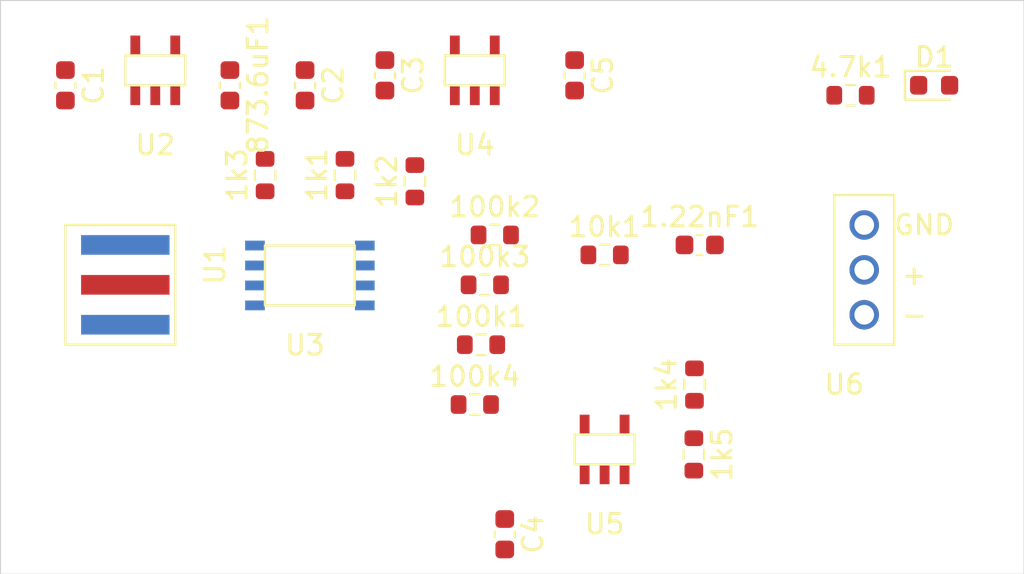
<source format=kicad_pcb>
(kicad_pcb (version 20171130) (host pcbnew "(5.1.10)-1")

  (general
    (thickness 1.6)
    (drawings 4)
    (tracks 0)
    (zones 0)
    (modules 25)
    (nets 20)
  )

  (page A4)
  (layers
    (0 F.Cu signal)
    (31 B.Cu signal)
    (32 B.Adhes user)
    (33 F.Adhes user)
    (34 B.Paste user)
    (35 F.Paste user)
    (36 B.SilkS user)
    (37 F.SilkS user)
    (38 B.Mask user)
    (39 F.Mask user)
    (40 Dwgs.User user)
    (41 Cmts.User user)
    (42 Eco1.User user)
    (43 Eco2.User user)
    (44 Edge.Cuts user)
    (45 Margin user)
    (46 B.CrtYd user)
    (47 F.CrtYd user)
    (48 B.Fab user)
    (49 F.Fab user)
  )

  (setup
    (last_trace_width 0.25)
    (trace_clearance 0.2)
    (zone_clearance 0.508)
    (zone_45_only no)
    (trace_min 0.2)
    (via_size 0.8)
    (via_drill 0.4)
    (via_min_size 0.4)
    (via_min_drill 0.3)
    (uvia_size 0.3)
    (uvia_drill 0.1)
    (uvias_allowed no)
    (uvia_min_size 0.2)
    (uvia_min_drill 0.1)
    (edge_width 0.05)
    (segment_width 0.2)
    (pcb_text_width 0.3)
    (pcb_text_size 1.5 1.5)
    (mod_edge_width 0.12)
    (mod_text_size 1 1)
    (mod_text_width 0.15)
    (pad_size 1.524 1.524)
    (pad_drill 0.762)
    (pad_to_mask_clearance 0)
    (aux_axis_origin 0 0)
    (visible_elements FFFFFF7F)
    (pcbplotparams
      (layerselection 0x010fc_ffffffff)
      (usegerberextensions false)
      (usegerberattributes true)
      (usegerberadvancedattributes true)
      (creategerberjobfile true)
      (excludeedgelayer true)
      (linewidth 0.100000)
      (plotframeref false)
      (viasonmask false)
      (mode 1)
      (useauxorigin false)
      (hpglpennumber 1)
      (hpglpenspeed 20)
      (hpglpendiameter 15.000000)
      (psnegative false)
      (psa4output false)
      (plotreference true)
      (plotvalue true)
      (plotinvisibletext false)
      (padsonsilk false)
      (subtractmaskfromsilk false)
      (outputformat 1)
      (mirror false)
      (drillshape 1)
      (scaleselection 1)
      (outputdirectory ""))
  )

  (net 0 "")
  (net 1 "Net-(1.22nF1-Pad1)")
  (net 2 GND)
  (net 3 "Net-(100k1-Pad1)")
  (net 4 "Net-(100k1-Pad2)")
  (net 5 "Net-(100k3-Pad2)")
  (net 6 "Net-(100k3-Pad1)")
  (net 7 "Net-(100k4-Pad1)")
  (net 8 "Net-(1k1-Pad2)")
  (net 9 "Net-(1k2-Pad1)")
  (net 10 "Net-(1k4-Pad2)")
  (net 11 "Net-(1k5-Pad2)")
  (net 12 "Net-(4.7k1-Pad1)")
  (net 13 "Net-(873.6uF1-Pad2)")
  (net 14 "Net-(873.6uF1-Pad1)")
  (net 15 "Net-(C1-Pad2)")
  (net 16 "Net-(C5-Pad2)")
  (net 17 "Net-(U1-Pad1)")
  (net 18 "Net-(U4-Pad4)")
  (net 19 "Net-(U5-Pad5)")

  (net_class Default "This is the default net class."
    (clearance 0.2)
    (trace_width 0.25)
    (via_dia 0.8)
    (via_drill 0.4)
    (uvia_dia 0.3)
    (uvia_drill 0.1)
    (add_net GND)
    (add_net "Net-(1.22nF1-Pad1)")
    (add_net "Net-(100k1-Pad1)")
    (add_net "Net-(100k1-Pad2)")
    (add_net "Net-(100k3-Pad1)")
    (add_net "Net-(100k3-Pad2)")
    (add_net "Net-(100k4-Pad1)")
    (add_net "Net-(1k1-Pad2)")
    (add_net "Net-(1k2-Pad1)")
    (add_net "Net-(1k4-Pad2)")
    (add_net "Net-(1k5-Pad2)")
    (add_net "Net-(4.7k1-Pad1)")
    (add_net "Net-(873.6uF1-Pad1)")
    (add_net "Net-(873.6uF1-Pad2)")
    (add_net "Net-(C1-Pad2)")
    (add_net "Net-(C5-Pad2)")
    (add_net "Net-(U1-Pad1)")
    (add_net "Net-(U4-Pad4)")
    (add_net "Net-(U5-Pad5)")
  )

  (module Capacitor_SMD:C_0603_1608Metric (layer F.Cu) (tedit 5F68FEEE) (tstamp 618467C2)
    (at 151.143 82.296)
    (descr "Capacitor SMD 0603 (1608 Metric), square (rectangular) end terminal, IPC_7351 nominal, (Body size source: IPC-SM-782 page 76, https://www.pcb-3d.com/wordpress/wp-content/uploads/ipc-sm-782a_amendment_1_and_2.pdf), generated with kicad-footprint-generator")
    (tags capacitor)
    (path /6181B427)
    (attr smd)
    (fp_text reference 1.22nF1 (at 0 -1.43) (layer F.SilkS)
      (effects (font (size 1 1) (thickness 0.15)))
    )
    (fp_text value C (at 0 1.43) (layer F.Fab)
      (effects (font (size 1 1) (thickness 0.15)))
    )
    (fp_line (start 1.48 0.73) (end -1.48 0.73) (layer F.CrtYd) (width 0.05))
    (fp_line (start 1.48 -0.73) (end 1.48 0.73) (layer F.CrtYd) (width 0.05))
    (fp_line (start -1.48 -0.73) (end 1.48 -0.73) (layer F.CrtYd) (width 0.05))
    (fp_line (start -1.48 0.73) (end -1.48 -0.73) (layer F.CrtYd) (width 0.05))
    (fp_line (start -0.14058 0.51) (end 0.14058 0.51) (layer F.SilkS) (width 0.12))
    (fp_line (start -0.14058 -0.51) (end 0.14058 -0.51) (layer F.SilkS) (width 0.12))
    (fp_line (start 0.8 0.4) (end -0.8 0.4) (layer F.Fab) (width 0.1))
    (fp_line (start 0.8 -0.4) (end 0.8 0.4) (layer F.Fab) (width 0.1))
    (fp_line (start -0.8 -0.4) (end 0.8 -0.4) (layer F.Fab) (width 0.1))
    (fp_line (start -0.8 0.4) (end -0.8 -0.4) (layer F.Fab) (width 0.1))
    (fp_text user %R (at 0 0) (layer F.Fab)
      (effects (font (size 0.4 0.4) (thickness 0.06)))
    )
    (pad 1 smd roundrect (at -0.775 0) (size 0.9 0.95) (layers F.Cu F.Paste F.Mask) (roundrect_rratio 0.25)
      (net 1 "Net-(1.22nF1-Pad1)"))
    (pad 2 smd roundrect (at 0.775 0) (size 0.9 0.95) (layers F.Cu F.Paste F.Mask) (roundrect_rratio 0.25)
      (net 2 GND))
    (model ${KISYS3DMOD}/Capacitor_SMD.3dshapes/C_0603_1608Metric.wrl
      (at (xyz 0 0 0))
      (scale (xyz 1 1 1))
      (rotate (xyz 0 0 0))
    )
  )

  (module Resistor_SMD:R_0603_1608Metric (layer F.Cu) (tedit 5F68FEEE) (tstamp 618467D3)
    (at 140.017 87.376)
    (descr "Resistor SMD 0603 (1608 Metric), square (rectangular) end terminal, IPC_7351 nominal, (Body size source: IPC-SM-782 page 72, https://www.pcb-3d.com/wordpress/wp-content/uploads/ipc-sm-782a_amendment_1_and_2.pdf), generated with kicad-footprint-generator")
    (tags resistor)
    (path /61816D46)
    (attr smd)
    (fp_text reference 100k1 (at 0 -1.43) (layer F.SilkS)
      (effects (font (size 1 1) (thickness 0.15)))
    )
    (fp_text value R (at 0 1.43) (layer F.Fab)
      (effects (font (size 1 1) (thickness 0.15)))
    )
    (fp_line (start 1.48 0.73) (end -1.48 0.73) (layer F.CrtYd) (width 0.05))
    (fp_line (start 1.48 -0.73) (end 1.48 0.73) (layer F.CrtYd) (width 0.05))
    (fp_line (start -1.48 -0.73) (end 1.48 -0.73) (layer F.CrtYd) (width 0.05))
    (fp_line (start -1.48 0.73) (end -1.48 -0.73) (layer F.CrtYd) (width 0.05))
    (fp_line (start -0.237258 0.5225) (end 0.237258 0.5225) (layer F.SilkS) (width 0.12))
    (fp_line (start -0.237258 -0.5225) (end 0.237258 -0.5225) (layer F.SilkS) (width 0.12))
    (fp_line (start 0.8 0.4125) (end -0.8 0.4125) (layer F.Fab) (width 0.1))
    (fp_line (start 0.8 -0.4125) (end 0.8 0.4125) (layer F.Fab) (width 0.1))
    (fp_line (start -0.8 -0.4125) (end 0.8 -0.4125) (layer F.Fab) (width 0.1))
    (fp_line (start -0.8 0.4125) (end -0.8 -0.4125) (layer F.Fab) (width 0.1))
    (fp_text user %R (at 0 0) (layer F.Fab)
      (effects (font (size 0.4 0.4) (thickness 0.06)))
    )
    (pad 1 smd roundrect (at -0.825 0) (size 0.8 0.95) (layers F.Cu F.Paste F.Mask) (roundrect_rratio 0.25)
      (net 3 "Net-(100k1-Pad1)"))
    (pad 2 smd roundrect (at 0.825 0) (size 0.8 0.95) (layers F.Cu F.Paste F.Mask) (roundrect_rratio 0.25)
      (net 4 "Net-(100k1-Pad2)"))
    (model ${KISYS3DMOD}/Resistor_SMD.3dshapes/R_0603_1608Metric.wrl
      (at (xyz 0 0 0))
      (scale (xyz 1 1 1))
      (rotate (xyz 0 0 0))
    )
  )

  (module Resistor_SMD:R_0603_1608Metric (layer F.Cu) (tedit 5F68FEEE) (tstamp 618467E4)
    (at 140.716 81.788)
    (descr "Resistor SMD 0603 (1608 Metric), square (rectangular) end terminal, IPC_7351 nominal, (Body size source: IPC-SM-782 page 72, https://www.pcb-3d.com/wordpress/wp-content/uploads/ipc-sm-782a_amendment_1_and_2.pdf), generated with kicad-footprint-generator")
    (tags resistor)
    (path /618170DC)
    (attr smd)
    (fp_text reference 100k2 (at 0 -1.43) (layer F.SilkS)
      (effects (font (size 1 1) (thickness 0.15)))
    )
    (fp_text value R (at 0 1.43) (layer F.Fab)
      (effects (font (size 1 1) (thickness 0.15)))
    )
    (fp_text user %R (at 0 0) (layer F.Fab)
      (effects (font (size 0.4 0.4) (thickness 0.06)))
    )
    (fp_line (start -0.8 0.4125) (end -0.8 -0.4125) (layer F.Fab) (width 0.1))
    (fp_line (start -0.8 -0.4125) (end 0.8 -0.4125) (layer F.Fab) (width 0.1))
    (fp_line (start 0.8 -0.4125) (end 0.8 0.4125) (layer F.Fab) (width 0.1))
    (fp_line (start 0.8 0.4125) (end -0.8 0.4125) (layer F.Fab) (width 0.1))
    (fp_line (start -0.237258 -0.5225) (end 0.237258 -0.5225) (layer F.SilkS) (width 0.12))
    (fp_line (start -0.237258 0.5225) (end 0.237258 0.5225) (layer F.SilkS) (width 0.12))
    (fp_line (start -1.48 0.73) (end -1.48 -0.73) (layer F.CrtYd) (width 0.05))
    (fp_line (start -1.48 -0.73) (end 1.48 -0.73) (layer F.CrtYd) (width 0.05))
    (fp_line (start 1.48 -0.73) (end 1.48 0.73) (layer F.CrtYd) (width 0.05))
    (fp_line (start 1.48 0.73) (end -1.48 0.73) (layer F.CrtYd) (width 0.05))
    (pad 2 smd roundrect (at 0.825 0) (size 0.8 0.95) (layers F.Cu F.Paste F.Mask) (roundrect_rratio 0.25)
      (net 4 "Net-(100k1-Pad2)"))
    (pad 1 smd roundrect (at -0.825 0) (size 0.8 0.95) (layers F.Cu F.Paste F.Mask) (roundrect_rratio 0.25)
      (net 2 GND))
    (model ${KISYS3DMOD}/Resistor_SMD.3dshapes/R_0603_1608Metric.wrl
      (at (xyz 0 0 0))
      (scale (xyz 1 1 1))
      (rotate (xyz 0 0 0))
    )
  )

  (module Resistor_SMD:R_0603_1608Metric (layer F.Cu) (tedit 5F68FEEE) (tstamp 618467F5)
    (at 140.208 84.328)
    (descr "Resistor SMD 0603 (1608 Metric), square (rectangular) end terminal, IPC_7351 nominal, (Body size source: IPC-SM-782 page 72, https://www.pcb-3d.com/wordpress/wp-content/uploads/ipc-sm-782a_amendment_1_and_2.pdf), generated with kicad-footprint-generator")
    (tags resistor)
    (path /61815150)
    (attr smd)
    (fp_text reference 100k3 (at 0 -1.43) (layer F.SilkS)
      (effects (font (size 1 1) (thickness 0.15)))
    )
    (fp_text value R (at 0 1.43) (layer F.Fab)
      (effects (font (size 1 1) (thickness 0.15)))
    )
    (fp_text user %R (at 0 0) (layer F.Fab)
      (effects (font (size 0.4 0.4) (thickness 0.06)))
    )
    (fp_line (start -0.8 0.4125) (end -0.8 -0.4125) (layer F.Fab) (width 0.1))
    (fp_line (start -0.8 -0.4125) (end 0.8 -0.4125) (layer F.Fab) (width 0.1))
    (fp_line (start 0.8 -0.4125) (end 0.8 0.4125) (layer F.Fab) (width 0.1))
    (fp_line (start 0.8 0.4125) (end -0.8 0.4125) (layer F.Fab) (width 0.1))
    (fp_line (start -0.237258 -0.5225) (end 0.237258 -0.5225) (layer F.SilkS) (width 0.12))
    (fp_line (start -0.237258 0.5225) (end 0.237258 0.5225) (layer F.SilkS) (width 0.12))
    (fp_line (start -1.48 0.73) (end -1.48 -0.73) (layer F.CrtYd) (width 0.05))
    (fp_line (start -1.48 -0.73) (end 1.48 -0.73) (layer F.CrtYd) (width 0.05))
    (fp_line (start 1.48 -0.73) (end 1.48 0.73) (layer F.CrtYd) (width 0.05))
    (fp_line (start 1.48 0.73) (end -1.48 0.73) (layer F.CrtYd) (width 0.05))
    (pad 2 smd roundrect (at 0.825 0) (size 0.8 0.95) (layers F.Cu F.Paste F.Mask) (roundrect_rratio 0.25)
      (net 5 "Net-(100k3-Pad2)"))
    (pad 1 smd roundrect (at -0.825 0) (size 0.8 0.95) (layers F.Cu F.Paste F.Mask) (roundrect_rratio 0.25)
      (net 6 "Net-(100k3-Pad1)"))
    (model ${KISYS3DMOD}/Resistor_SMD.3dshapes/R_0603_1608Metric.wrl
      (at (xyz 0 0 0))
      (scale (xyz 1 1 1))
      (rotate (xyz 0 0 0))
    )
  )

  (module Resistor_SMD:R_0603_1608Metric (layer F.Cu) (tedit 5F68FEEE) (tstamp 61846806)
    (at 139.7 90.424)
    (descr "Resistor SMD 0603 (1608 Metric), square (rectangular) end terminal, IPC_7351 nominal, (Body size source: IPC-SM-782 page 72, https://www.pcb-3d.com/wordpress/wp-content/uploads/ipc-sm-782a_amendment_1_and_2.pdf), generated with kicad-footprint-generator")
    (tags resistor)
    (path /61817718)
    (attr smd)
    (fp_text reference 100k4 (at 0 -1.43) (layer F.SilkS)
      (effects (font (size 1 1) (thickness 0.15)))
    )
    (fp_text value R (at 0 1.43) (layer F.Fab)
      (effects (font (size 1 1) (thickness 0.15)))
    )
    (fp_line (start 1.48 0.73) (end -1.48 0.73) (layer F.CrtYd) (width 0.05))
    (fp_line (start 1.48 -0.73) (end 1.48 0.73) (layer F.CrtYd) (width 0.05))
    (fp_line (start -1.48 -0.73) (end 1.48 -0.73) (layer F.CrtYd) (width 0.05))
    (fp_line (start -1.48 0.73) (end -1.48 -0.73) (layer F.CrtYd) (width 0.05))
    (fp_line (start -0.237258 0.5225) (end 0.237258 0.5225) (layer F.SilkS) (width 0.12))
    (fp_line (start -0.237258 -0.5225) (end 0.237258 -0.5225) (layer F.SilkS) (width 0.12))
    (fp_line (start 0.8 0.4125) (end -0.8 0.4125) (layer F.Fab) (width 0.1))
    (fp_line (start 0.8 -0.4125) (end 0.8 0.4125) (layer F.Fab) (width 0.1))
    (fp_line (start -0.8 -0.4125) (end 0.8 -0.4125) (layer F.Fab) (width 0.1))
    (fp_line (start -0.8 0.4125) (end -0.8 -0.4125) (layer F.Fab) (width 0.1))
    (fp_text user %R (at 0 0) (layer F.Fab)
      (effects (font (size 0.4 0.4) (thickness 0.06)))
    )
    (pad 1 smd roundrect (at -0.825 0) (size 0.8 0.95) (layers F.Cu F.Paste F.Mask) (roundrect_rratio 0.25)
      (net 7 "Net-(100k4-Pad1)"))
    (pad 2 smd roundrect (at 0.825 0) (size 0.8 0.95) (layers F.Cu F.Paste F.Mask) (roundrect_rratio 0.25)
      (net 5 "Net-(100k3-Pad2)"))
    (model ${KISYS3DMOD}/Resistor_SMD.3dshapes/R_0603_1608Metric.wrl
      (at (xyz 0 0 0))
      (scale (xyz 1 1 1))
      (rotate (xyz 0 0 0))
    )
  )

  (module Resistor_SMD:R_0603_1608Metric (layer F.Cu) (tedit 5F68FEEE) (tstamp 61846817)
    (at 146.304 82.804)
    (descr "Resistor SMD 0603 (1608 Metric), square (rectangular) end terminal, IPC_7351 nominal, (Body size source: IPC-SM-782 page 72, https://www.pcb-3d.com/wordpress/wp-content/uploads/ipc-sm-782a_amendment_1_and_2.pdf), generated with kicad-footprint-generator")
    (tags resistor)
    (path /6181AEBB)
    (attr smd)
    (fp_text reference 10k1 (at 0 -1.43) (layer F.SilkS)
      (effects (font (size 1 1) (thickness 0.15)))
    )
    (fp_text value R (at 0 1.43) (layer F.Fab)
      (effects (font (size 1 1) (thickness 0.15)))
    )
    (fp_line (start 1.48 0.73) (end -1.48 0.73) (layer F.CrtYd) (width 0.05))
    (fp_line (start 1.48 -0.73) (end 1.48 0.73) (layer F.CrtYd) (width 0.05))
    (fp_line (start -1.48 -0.73) (end 1.48 -0.73) (layer F.CrtYd) (width 0.05))
    (fp_line (start -1.48 0.73) (end -1.48 -0.73) (layer F.CrtYd) (width 0.05))
    (fp_line (start -0.237258 0.5225) (end 0.237258 0.5225) (layer F.SilkS) (width 0.12))
    (fp_line (start -0.237258 -0.5225) (end 0.237258 -0.5225) (layer F.SilkS) (width 0.12))
    (fp_line (start 0.8 0.4125) (end -0.8 0.4125) (layer F.Fab) (width 0.1))
    (fp_line (start 0.8 -0.4125) (end 0.8 0.4125) (layer F.Fab) (width 0.1))
    (fp_line (start -0.8 -0.4125) (end 0.8 -0.4125) (layer F.Fab) (width 0.1))
    (fp_line (start -0.8 0.4125) (end -0.8 -0.4125) (layer F.Fab) (width 0.1))
    (fp_text user %R (at 0 0) (layer F.Fab)
      (effects (font (size 0.4 0.4) (thickness 0.06)))
    )
    (pad 1 smd roundrect (at -0.825 0) (size 0.8 0.95) (layers F.Cu F.Paste F.Mask) (roundrect_rratio 0.25)
      (net 1 "Net-(1.22nF1-Pad1)"))
    (pad 2 smd roundrect (at 0.825 0) (size 0.8 0.95) (layers F.Cu F.Paste F.Mask) (roundrect_rratio 0.25)
      (net 3 "Net-(100k1-Pad1)"))
    (model ${KISYS3DMOD}/Resistor_SMD.3dshapes/R_0603_1608Metric.wrl
      (at (xyz 0 0 0))
      (scale (xyz 1 1 1))
      (rotate (xyz 0 0 0))
    )
  )

  (module Resistor_SMD:R_0603_1608Metric (layer F.Cu) (tedit 5F68FEEE) (tstamp 61846828)
    (at 133.096 78.74 90)
    (descr "Resistor SMD 0603 (1608 Metric), square (rectangular) end terminal, IPC_7351 nominal, (Body size source: IPC-SM-782 page 72, https://www.pcb-3d.com/wordpress/wp-content/uploads/ipc-sm-782a_amendment_1_and_2.pdf), generated with kicad-footprint-generator")
    (tags resistor)
    (path /6181415E)
    (attr smd)
    (fp_text reference 1k1 (at 0 -1.43 90) (layer F.SilkS)
      (effects (font (size 1 1) (thickness 0.15)))
    )
    (fp_text value R (at 0 1.43 90) (layer F.Fab)
      (effects (font (size 1 1) (thickness 0.15)))
    )
    (fp_line (start 1.48 0.73) (end -1.48 0.73) (layer F.CrtYd) (width 0.05))
    (fp_line (start 1.48 -0.73) (end 1.48 0.73) (layer F.CrtYd) (width 0.05))
    (fp_line (start -1.48 -0.73) (end 1.48 -0.73) (layer F.CrtYd) (width 0.05))
    (fp_line (start -1.48 0.73) (end -1.48 -0.73) (layer F.CrtYd) (width 0.05))
    (fp_line (start -0.237258 0.5225) (end 0.237258 0.5225) (layer F.SilkS) (width 0.12))
    (fp_line (start -0.237258 -0.5225) (end 0.237258 -0.5225) (layer F.SilkS) (width 0.12))
    (fp_line (start 0.8 0.4125) (end -0.8 0.4125) (layer F.Fab) (width 0.1))
    (fp_line (start 0.8 -0.4125) (end 0.8 0.4125) (layer F.Fab) (width 0.1))
    (fp_line (start -0.8 -0.4125) (end 0.8 -0.4125) (layer F.Fab) (width 0.1))
    (fp_line (start -0.8 0.4125) (end -0.8 -0.4125) (layer F.Fab) (width 0.1))
    (fp_text user %R (at 0 0 90) (layer F.Fab)
      (effects (font (size 0.4 0.4) (thickness 0.06)))
    )
    (pad 1 smd roundrect (at -0.825 0 90) (size 0.8 0.95) (layers F.Cu F.Paste F.Mask) (roundrect_rratio 0.25)
      (net 2 GND))
    (pad 2 smd roundrect (at 0.825 0 90) (size 0.8 0.95) (layers F.Cu F.Paste F.Mask) (roundrect_rratio 0.25)
      (net 8 "Net-(1k1-Pad2)"))
    (model ${KISYS3DMOD}/Resistor_SMD.3dshapes/R_0603_1608Metric.wrl
      (at (xyz 0 0 0))
      (scale (xyz 1 1 1))
      (rotate (xyz 0 0 0))
    )
  )

  (module Resistor_SMD:R_0603_1608Metric (layer F.Cu) (tedit 5F68FEEE) (tstamp 61846839)
    (at 136.652 79.057 90)
    (descr "Resistor SMD 0603 (1608 Metric), square (rectangular) end terminal, IPC_7351 nominal, (Body size source: IPC-SM-782 page 72, https://www.pcb-3d.com/wordpress/wp-content/uploads/ipc-sm-782a_amendment_1_and_2.pdf), generated with kicad-footprint-generator")
    (tags resistor)
    (path /61814729)
    (attr smd)
    (fp_text reference 1k2 (at 0 -1.43 90) (layer F.SilkS)
      (effects (font (size 1 1) (thickness 0.15)))
    )
    (fp_text value R (at 0 1.43 90) (layer F.Fab)
      (effects (font (size 1 1) (thickness 0.15)))
    )
    (fp_text user %R (at 0 0 90) (layer F.Fab)
      (effects (font (size 0.4 0.4) (thickness 0.06)))
    )
    (fp_line (start -0.8 0.4125) (end -0.8 -0.4125) (layer F.Fab) (width 0.1))
    (fp_line (start -0.8 -0.4125) (end 0.8 -0.4125) (layer F.Fab) (width 0.1))
    (fp_line (start 0.8 -0.4125) (end 0.8 0.4125) (layer F.Fab) (width 0.1))
    (fp_line (start 0.8 0.4125) (end -0.8 0.4125) (layer F.Fab) (width 0.1))
    (fp_line (start -0.237258 -0.5225) (end 0.237258 -0.5225) (layer F.SilkS) (width 0.12))
    (fp_line (start -0.237258 0.5225) (end 0.237258 0.5225) (layer F.SilkS) (width 0.12))
    (fp_line (start -1.48 0.73) (end -1.48 -0.73) (layer F.CrtYd) (width 0.05))
    (fp_line (start -1.48 -0.73) (end 1.48 -0.73) (layer F.CrtYd) (width 0.05))
    (fp_line (start 1.48 -0.73) (end 1.48 0.73) (layer F.CrtYd) (width 0.05))
    (fp_line (start 1.48 0.73) (end -1.48 0.73) (layer F.CrtYd) (width 0.05))
    (pad 2 smd roundrect (at 0.825 0 90) (size 0.8 0.95) (layers F.Cu F.Paste F.Mask) (roundrect_rratio 0.25)
      (net 8 "Net-(1k1-Pad2)"))
    (pad 1 smd roundrect (at -0.825 0 90) (size 0.8 0.95) (layers F.Cu F.Paste F.Mask) (roundrect_rratio 0.25)
      (net 9 "Net-(1k2-Pad1)"))
    (model ${KISYS3DMOD}/Resistor_SMD.3dshapes/R_0603_1608Metric.wrl
      (at (xyz 0 0 0))
      (scale (xyz 1 1 1))
      (rotate (xyz 0 0 0))
    )
  )

  (module Resistor_SMD:R_0603_1608Metric (layer F.Cu) (tedit 5F68FEEE) (tstamp 6184684A)
    (at 129.032 78.74 90)
    (descr "Resistor SMD 0603 (1608 Metric), square (rectangular) end terminal, IPC_7351 nominal, (Body size source: IPC-SM-782 page 72, https://www.pcb-3d.com/wordpress/wp-content/uploads/ipc-sm-782a_amendment_1_and_2.pdf), generated with kicad-footprint-generator")
    (tags resistor)
    (path /618148C1)
    (attr smd)
    (fp_text reference 1k3 (at 0 -1.43 90) (layer F.SilkS)
      (effects (font (size 1 1) (thickness 0.15)))
    )
    (fp_text value R (at 0 1.43 90) (layer F.Fab)
      (effects (font (size 1 1) (thickness 0.15)))
    )
    (fp_line (start 1.48 0.73) (end -1.48 0.73) (layer F.CrtYd) (width 0.05))
    (fp_line (start 1.48 -0.73) (end 1.48 0.73) (layer F.CrtYd) (width 0.05))
    (fp_line (start -1.48 -0.73) (end 1.48 -0.73) (layer F.CrtYd) (width 0.05))
    (fp_line (start -1.48 0.73) (end -1.48 -0.73) (layer F.CrtYd) (width 0.05))
    (fp_line (start -0.237258 0.5225) (end 0.237258 0.5225) (layer F.SilkS) (width 0.12))
    (fp_line (start -0.237258 -0.5225) (end 0.237258 -0.5225) (layer F.SilkS) (width 0.12))
    (fp_line (start 0.8 0.4125) (end -0.8 0.4125) (layer F.Fab) (width 0.1))
    (fp_line (start 0.8 -0.4125) (end 0.8 0.4125) (layer F.Fab) (width 0.1))
    (fp_line (start -0.8 -0.4125) (end 0.8 -0.4125) (layer F.Fab) (width 0.1))
    (fp_line (start -0.8 0.4125) (end -0.8 -0.4125) (layer F.Fab) (width 0.1))
    (fp_text user %R (at 0 0 90) (layer F.Fab)
      (effects (font (size 0.4 0.4) (thickness 0.06)))
    )
    (pad 1 smd roundrect (at -0.825 0 90) (size 0.8 0.95) (layers F.Cu F.Paste F.Mask) (roundrect_rratio 0.25)
      (net 9 "Net-(1k2-Pad1)"))
    (pad 2 smd roundrect (at 0.825 0 90) (size 0.8 0.95) (layers F.Cu F.Paste F.Mask) (roundrect_rratio 0.25)
      (net 6 "Net-(100k3-Pad1)"))
    (model ${KISYS3DMOD}/Resistor_SMD.3dshapes/R_0603_1608Metric.wrl
      (at (xyz 0 0 0))
      (scale (xyz 1 1 1))
      (rotate (xyz 0 0 0))
    )
  )

  (module Resistor_SMD:R_0603_1608Metric (layer F.Cu) (tedit 5F68FEEE) (tstamp 6184685B)
    (at 150.876 89.408 90)
    (descr "Resistor SMD 0603 (1608 Metric), square (rectangular) end terminal, IPC_7351 nominal, (Body size source: IPC-SM-782 page 72, https://www.pcb-3d.com/wordpress/wp-content/uploads/ipc-sm-782a_amendment_1_and_2.pdf), generated with kicad-footprint-generator")
    (tags resistor)
    (path /6181CC5B)
    (attr smd)
    (fp_text reference 1k4 (at 0 -1.43 90) (layer F.SilkS)
      (effects (font (size 1 1) (thickness 0.15)))
    )
    (fp_text value R (at 0 1.43 90) (layer F.Fab)
      (effects (font (size 1 1) (thickness 0.15)))
    )
    (fp_line (start 1.48 0.73) (end -1.48 0.73) (layer F.CrtYd) (width 0.05))
    (fp_line (start 1.48 -0.73) (end 1.48 0.73) (layer F.CrtYd) (width 0.05))
    (fp_line (start -1.48 -0.73) (end 1.48 -0.73) (layer F.CrtYd) (width 0.05))
    (fp_line (start -1.48 0.73) (end -1.48 -0.73) (layer F.CrtYd) (width 0.05))
    (fp_line (start -0.237258 0.5225) (end 0.237258 0.5225) (layer F.SilkS) (width 0.12))
    (fp_line (start -0.237258 -0.5225) (end 0.237258 -0.5225) (layer F.SilkS) (width 0.12))
    (fp_line (start 0.8 0.4125) (end -0.8 0.4125) (layer F.Fab) (width 0.1))
    (fp_line (start 0.8 -0.4125) (end 0.8 0.4125) (layer F.Fab) (width 0.1))
    (fp_line (start -0.8 -0.4125) (end 0.8 -0.4125) (layer F.Fab) (width 0.1))
    (fp_line (start -0.8 0.4125) (end -0.8 -0.4125) (layer F.Fab) (width 0.1))
    (fp_text user %R (at 0 0 90) (layer F.Fab)
      (effects (font (size 0.4 0.4) (thickness 0.06)))
    )
    (pad 1 smd roundrect (at -0.825 0 90) (size 0.8 0.95) (layers F.Cu F.Paste F.Mask) (roundrect_rratio 0.25)
      (net 2 GND))
    (pad 2 smd roundrect (at 0.825 0 90) (size 0.8 0.95) (layers F.Cu F.Paste F.Mask) (roundrect_rratio 0.25)
      (net 10 "Net-(1k4-Pad2)"))
    (model ${KISYS3DMOD}/Resistor_SMD.3dshapes/R_0603_1608Metric.wrl
      (at (xyz 0 0 0))
      (scale (xyz 1 1 1))
      (rotate (xyz 0 0 0))
    )
  )

  (module Resistor_SMD:R_0603_1608Metric (layer F.Cu) (tedit 5F68FEEE) (tstamp 6184686C)
    (at 150.845001 92.964 270)
    (descr "Resistor SMD 0603 (1608 Metric), square (rectangular) end terminal, IPC_7351 nominal, (Body size source: IPC-SM-782 page 72, https://www.pcb-3d.com/wordpress/wp-content/uploads/ipc-sm-782a_amendment_1_and_2.pdf), generated with kicad-footprint-generator")
    (tags resistor)
    (path /6181C5A3)
    (attr smd)
    (fp_text reference 1k5 (at 0 -1.43 90) (layer F.SilkS)
      (effects (font (size 1 1) (thickness 0.15)))
    )
    (fp_text value R (at 0 1.43 90) (layer F.Fab)
      (effects (font (size 1 1) (thickness 0.15)))
    )
    (fp_text user %R (at 0 0 90) (layer F.Fab)
      (effects (font (size 0.4 0.4) (thickness 0.06)))
    )
    (fp_line (start -0.8 0.4125) (end -0.8 -0.4125) (layer F.Fab) (width 0.1))
    (fp_line (start -0.8 -0.4125) (end 0.8 -0.4125) (layer F.Fab) (width 0.1))
    (fp_line (start 0.8 -0.4125) (end 0.8 0.4125) (layer F.Fab) (width 0.1))
    (fp_line (start 0.8 0.4125) (end -0.8 0.4125) (layer F.Fab) (width 0.1))
    (fp_line (start -0.237258 -0.5225) (end 0.237258 -0.5225) (layer F.SilkS) (width 0.12))
    (fp_line (start -0.237258 0.5225) (end 0.237258 0.5225) (layer F.SilkS) (width 0.12))
    (fp_line (start -1.48 0.73) (end -1.48 -0.73) (layer F.CrtYd) (width 0.05))
    (fp_line (start -1.48 -0.73) (end 1.48 -0.73) (layer F.CrtYd) (width 0.05))
    (fp_line (start 1.48 -0.73) (end 1.48 0.73) (layer F.CrtYd) (width 0.05))
    (fp_line (start 1.48 0.73) (end -1.48 0.73) (layer F.CrtYd) (width 0.05))
    (pad 2 smd roundrect (at 0.825 0 270) (size 0.8 0.95) (layers F.Cu F.Paste F.Mask) (roundrect_rratio 0.25)
      (net 11 "Net-(1k5-Pad2)"))
    (pad 1 smd roundrect (at -0.825 0 270) (size 0.8 0.95) (layers F.Cu F.Paste F.Mask) (roundrect_rratio 0.25)
      (net 10 "Net-(1k4-Pad2)"))
    (model ${KISYS3DMOD}/Resistor_SMD.3dshapes/R_0603_1608Metric.wrl
      (at (xyz 0 0 0))
      (scale (xyz 1 1 1))
      (rotate (xyz 0 0 0))
    )
  )

  (module Resistor_SMD:R_0603_1608Metric (layer F.Cu) (tedit 5F68FEEE) (tstamp 6184687D)
    (at 158.813 74.676)
    (descr "Resistor SMD 0603 (1608 Metric), square (rectangular) end terminal, IPC_7351 nominal, (Body size source: IPC-SM-782 page 72, https://www.pcb-3d.com/wordpress/wp-content/uploads/ipc-sm-782a_amendment_1_and_2.pdf), generated with kicad-footprint-generator")
    (tags resistor)
    (path /6181F6B6)
    (attr smd)
    (fp_text reference 4.7k1 (at 0 -1.43) (layer F.SilkS)
      (effects (font (size 1 1) (thickness 0.15)))
    )
    (fp_text value R (at 0 1.43) (layer F.Fab)
      (effects (font (size 1 1) (thickness 0.15)))
    )
    (fp_text user %R (at 0 0) (layer F.Fab)
      (effects (font (size 0.4 0.4) (thickness 0.06)))
    )
    (fp_line (start -0.8 0.4125) (end -0.8 -0.4125) (layer F.Fab) (width 0.1))
    (fp_line (start -0.8 -0.4125) (end 0.8 -0.4125) (layer F.Fab) (width 0.1))
    (fp_line (start 0.8 -0.4125) (end 0.8 0.4125) (layer F.Fab) (width 0.1))
    (fp_line (start 0.8 0.4125) (end -0.8 0.4125) (layer F.Fab) (width 0.1))
    (fp_line (start -0.237258 -0.5225) (end 0.237258 -0.5225) (layer F.SilkS) (width 0.12))
    (fp_line (start -0.237258 0.5225) (end 0.237258 0.5225) (layer F.SilkS) (width 0.12))
    (fp_line (start -1.48 0.73) (end -1.48 -0.73) (layer F.CrtYd) (width 0.05))
    (fp_line (start -1.48 -0.73) (end 1.48 -0.73) (layer F.CrtYd) (width 0.05))
    (fp_line (start 1.48 -0.73) (end 1.48 0.73) (layer F.CrtYd) (width 0.05))
    (fp_line (start 1.48 0.73) (end -1.48 0.73) (layer F.CrtYd) (width 0.05))
    (pad 2 smd roundrect (at 0.825 0) (size 0.8 0.95) (layers F.Cu F.Paste F.Mask) (roundrect_rratio 0.25)
      (net 11 "Net-(1k5-Pad2)"))
    (pad 1 smd roundrect (at -0.825 0) (size 0.8 0.95) (layers F.Cu F.Paste F.Mask) (roundrect_rratio 0.25)
      (net 12 "Net-(4.7k1-Pad1)"))
    (model ${KISYS3DMOD}/Resistor_SMD.3dshapes/R_0603_1608Metric.wrl
      (at (xyz 0 0 0))
      (scale (xyz 1 1 1))
      (rotate (xyz 0 0 0))
    )
  )

  (module Capacitor_SMD:C_0603_1608Metric (layer F.Cu) (tedit 5F68FEEE) (tstamp 6184688E)
    (at 127.241 74.168 270)
    (descr "Capacitor SMD 0603 (1608 Metric), square (rectangular) end terminal, IPC_7351 nominal, (Body size source: IPC-SM-782 page 76, https://www.pcb-3d.com/wordpress/wp-content/uploads/ipc-sm-782a_amendment_1_and_2.pdf), generated with kicad-footprint-generator")
    (tags capacitor)
    (path /6181A302)
    (attr smd)
    (fp_text reference 873.6uF1 (at 0 -1.43 90) (layer F.SilkS)
      (effects (font (size 1 1) (thickness 0.15)))
    )
    (fp_text value C (at 0 1.43 90) (layer F.Fab)
      (effects (font (size 1 1) (thickness 0.15)))
    )
    (fp_text user %R (at 0 0 90) (layer F.Fab)
      (effects (font (size 0.4 0.4) (thickness 0.06)))
    )
    (fp_line (start -0.8 0.4) (end -0.8 -0.4) (layer F.Fab) (width 0.1))
    (fp_line (start -0.8 -0.4) (end 0.8 -0.4) (layer F.Fab) (width 0.1))
    (fp_line (start 0.8 -0.4) (end 0.8 0.4) (layer F.Fab) (width 0.1))
    (fp_line (start 0.8 0.4) (end -0.8 0.4) (layer F.Fab) (width 0.1))
    (fp_line (start -0.14058 -0.51) (end 0.14058 -0.51) (layer F.SilkS) (width 0.12))
    (fp_line (start -0.14058 0.51) (end 0.14058 0.51) (layer F.SilkS) (width 0.12))
    (fp_line (start -1.48 0.73) (end -1.48 -0.73) (layer F.CrtYd) (width 0.05))
    (fp_line (start -1.48 -0.73) (end 1.48 -0.73) (layer F.CrtYd) (width 0.05))
    (fp_line (start 1.48 -0.73) (end 1.48 0.73) (layer F.CrtYd) (width 0.05))
    (fp_line (start 1.48 0.73) (end -1.48 0.73) (layer F.CrtYd) (width 0.05))
    (pad 2 smd roundrect (at 0.775 0 270) (size 0.9 0.95) (layers F.Cu F.Paste F.Mask) (roundrect_rratio 0.25)
      (net 13 "Net-(873.6uF1-Pad2)"))
    (pad 1 smd roundrect (at -0.775 0 270) (size 0.9 0.95) (layers F.Cu F.Paste F.Mask) (roundrect_rratio 0.25)
      (net 14 "Net-(873.6uF1-Pad1)"))
    (model ${KISYS3DMOD}/Capacitor_SMD.3dshapes/C_0603_1608Metric.wrl
      (at (xyz 0 0 0))
      (scale (xyz 1 1 1))
      (rotate (xyz 0 0 0))
    )
  )

  (module Capacitor_SMD:C_0603_1608Metric (layer F.Cu) (tedit 5F68FEEE) (tstamp 6184689F)
    (at 118.872 74.168 270)
    (descr "Capacitor SMD 0603 (1608 Metric), square (rectangular) end terminal, IPC_7351 nominal, (Body size source: IPC-SM-782 page 76, https://www.pcb-3d.com/wordpress/wp-content/uploads/ipc-sm-782a_amendment_1_and_2.pdf), generated with kicad-footprint-generator")
    (tags capacitor)
    (path /61819CFC)
    (attr smd)
    (fp_text reference C1 (at 0 -1.43 90) (layer F.SilkS)
      (effects (font (size 1 1) (thickness 0.15)))
    )
    (fp_text value C (at 0 1.43 90) (layer F.Fab)
      (effects (font (size 1 1) (thickness 0.15)))
    )
    (fp_line (start 1.48 0.73) (end -1.48 0.73) (layer F.CrtYd) (width 0.05))
    (fp_line (start 1.48 -0.73) (end 1.48 0.73) (layer F.CrtYd) (width 0.05))
    (fp_line (start -1.48 -0.73) (end 1.48 -0.73) (layer F.CrtYd) (width 0.05))
    (fp_line (start -1.48 0.73) (end -1.48 -0.73) (layer F.CrtYd) (width 0.05))
    (fp_line (start -0.14058 0.51) (end 0.14058 0.51) (layer F.SilkS) (width 0.12))
    (fp_line (start -0.14058 -0.51) (end 0.14058 -0.51) (layer F.SilkS) (width 0.12))
    (fp_line (start 0.8 0.4) (end -0.8 0.4) (layer F.Fab) (width 0.1))
    (fp_line (start 0.8 -0.4) (end 0.8 0.4) (layer F.Fab) (width 0.1))
    (fp_line (start -0.8 -0.4) (end 0.8 -0.4) (layer F.Fab) (width 0.1))
    (fp_line (start -0.8 0.4) (end -0.8 -0.4) (layer F.Fab) (width 0.1))
    (fp_text user %R (at 0 0 90) (layer F.Fab)
      (effects (font (size 0.4 0.4) (thickness 0.06)))
    )
    (pad 1 smd roundrect (at -0.775 0 270) (size 0.9 0.95) (layers F.Cu F.Paste F.Mask) (roundrect_rratio 0.25)
      (net 2 GND))
    (pad 2 smd roundrect (at 0.775 0 270) (size 0.9 0.95) (layers F.Cu F.Paste F.Mask) (roundrect_rratio 0.25)
      (net 15 "Net-(C1-Pad2)"))
    (model ${KISYS3DMOD}/Capacitor_SMD.3dshapes/C_0603_1608Metric.wrl
      (at (xyz 0 0 0))
      (scale (xyz 1 1 1))
      (rotate (xyz 0 0 0))
    )
  )

  (module Capacitor_SMD:C_0603_1608Metric (layer F.Cu) (tedit 5F68FEEE) (tstamp 618468B0)
    (at 131.064 74.168 270)
    (descr "Capacitor SMD 0603 (1608 Metric), square (rectangular) end terminal, IPC_7351 nominal, (Body size source: IPC-SM-782 page 76, https://www.pcb-3d.com/wordpress/wp-content/uploads/ipc-sm-782a_amendment_1_and_2.pdf), generated with kicad-footprint-generator")
    (tags capacitor)
    (path /6181A6EC)
    (attr smd)
    (fp_text reference C2 (at 0 -1.43 90) (layer F.SilkS)
      (effects (font (size 1 1) (thickness 0.15)))
    )
    (fp_text value C (at 0 1.43 90) (layer F.Fab)
      (effects (font (size 1 1) (thickness 0.15)))
    )
    (fp_line (start 1.48 0.73) (end -1.48 0.73) (layer F.CrtYd) (width 0.05))
    (fp_line (start 1.48 -0.73) (end 1.48 0.73) (layer F.CrtYd) (width 0.05))
    (fp_line (start -1.48 -0.73) (end 1.48 -0.73) (layer F.CrtYd) (width 0.05))
    (fp_line (start -1.48 0.73) (end -1.48 -0.73) (layer F.CrtYd) (width 0.05))
    (fp_line (start -0.14058 0.51) (end 0.14058 0.51) (layer F.SilkS) (width 0.12))
    (fp_line (start -0.14058 -0.51) (end 0.14058 -0.51) (layer F.SilkS) (width 0.12))
    (fp_line (start 0.8 0.4) (end -0.8 0.4) (layer F.Fab) (width 0.1))
    (fp_line (start 0.8 -0.4) (end 0.8 0.4) (layer F.Fab) (width 0.1))
    (fp_line (start -0.8 -0.4) (end 0.8 -0.4) (layer F.Fab) (width 0.1))
    (fp_line (start -0.8 0.4) (end -0.8 -0.4) (layer F.Fab) (width 0.1))
    (fp_text user %R (at 0 0 90) (layer F.Fab)
      (effects (font (size 0.4 0.4) (thickness 0.06)))
    )
    (pad 1 smd roundrect (at -0.775 0 270) (size 0.9 0.95) (layers F.Cu F.Paste F.Mask) (roundrect_rratio 0.25)
      (net 2 GND))
    (pad 2 smd roundrect (at 0.775 0 270) (size 0.9 0.95) (layers F.Cu F.Paste F.Mask) (roundrect_rratio 0.25)
      (net 11 "Net-(1k5-Pad2)"))
    (model ${KISYS3DMOD}/Capacitor_SMD.3dshapes/C_0603_1608Metric.wrl
      (at (xyz 0 0 0))
      (scale (xyz 1 1 1))
      (rotate (xyz 0 0 0))
    )
  )

  (module Capacitor_SMD:C_0603_1608Metric (layer F.Cu) (tedit 5F68FEEE) (tstamp 618468C1)
    (at 135.128 73.66 270)
    (descr "Capacitor SMD 0603 (1608 Metric), square (rectangular) end terminal, IPC_7351 nominal, (Body size source: IPC-SM-782 page 76, https://www.pcb-3d.com/wordpress/wp-content/uploads/ipc-sm-782a_amendment_1_and_2.pdf), generated with kicad-footprint-generator")
    (tags capacitor)
    (path /6181A9E3)
    (attr smd)
    (fp_text reference C3 (at 0 -1.43 90) (layer F.SilkS)
      (effects (font (size 1 1) (thickness 0.15)))
    )
    (fp_text value C (at 0 1.43 90) (layer F.Fab)
      (effects (font (size 1 1) (thickness 0.15)))
    )
    (fp_text user %R (at 0 0 90) (layer F.Fab)
      (effects (font (size 0.4 0.4) (thickness 0.06)))
    )
    (fp_line (start -0.8 0.4) (end -0.8 -0.4) (layer F.Fab) (width 0.1))
    (fp_line (start -0.8 -0.4) (end 0.8 -0.4) (layer F.Fab) (width 0.1))
    (fp_line (start 0.8 -0.4) (end 0.8 0.4) (layer F.Fab) (width 0.1))
    (fp_line (start 0.8 0.4) (end -0.8 0.4) (layer F.Fab) (width 0.1))
    (fp_line (start -0.14058 -0.51) (end 0.14058 -0.51) (layer F.SilkS) (width 0.12))
    (fp_line (start -0.14058 0.51) (end 0.14058 0.51) (layer F.SilkS) (width 0.12))
    (fp_line (start -1.48 0.73) (end -1.48 -0.73) (layer F.CrtYd) (width 0.05))
    (fp_line (start -1.48 -0.73) (end 1.48 -0.73) (layer F.CrtYd) (width 0.05))
    (fp_line (start 1.48 -0.73) (end 1.48 0.73) (layer F.CrtYd) (width 0.05))
    (fp_line (start 1.48 0.73) (end -1.48 0.73) (layer F.CrtYd) (width 0.05))
    (pad 2 smd roundrect (at 0.775 0 270) (size 0.9 0.95) (layers F.Cu F.Paste F.Mask) (roundrect_rratio 0.25)
      (net 11 "Net-(1k5-Pad2)"))
    (pad 1 smd roundrect (at -0.775 0 270) (size 0.9 0.95) (layers F.Cu F.Paste F.Mask) (roundrect_rratio 0.25)
      (net 2 GND))
    (model ${KISYS3DMOD}/Capacitor_SMD.3dshapes/C_0603_1608Metric.wrl
      (at (xyz 0 0 0))
      (scale (xyz 1 1 1))
      (rotate (xyz 0 0 0))
    )
  )

  (module Capacitor_SMD:C_0603_1608Metric (layer F.Cu) (tedit 5F68FEEE) (tstamp 618468D2)
    (at 141.224 97.028 270)
    (descr "Capacitor SMD 0603 (1608 Metric), square (rectangular) end terminal, IPC_7351 nominal, (Body size source: IPC-SM-782 page 76, https://www.pcb-3d.com/wordpress/wp-content/uploads/ipc-sm-782a_amendment_1_and_2.pdf), generated with kicad-footprint-generator")
    (tags capacitor)
    (path /6181BED8)
    (attr smd)
    (fp_text reference C4 (at 0 -1.43 90) (layer F.SilkS)
      (effects (font (size 1 1) (thickness 0.15)))
    )
    (fp_text value C (at 0 1.43 90) (layer F.Fab)
      (effects (font (size 1 1) (thickness 0.15)))
    )
    (fp_text user %R (at 0 0 90) (layer F.Fab)
      (effects (font (size 0.4 0.4) (thickness 0.06)))
    )
    (fp_line (start -0.8 0.4) (end -0.8 -0.4) (layer F.Fab) (width 0.1))
    (fp_line (start -0.8 -0.4) (end 0.8 -0.4) (layer F.Fab) (width 0.1))
    (fp_line (start 0.8 -0.4) (end 0.8 0.4) (layer F.Fab) (width 0.1))
    (fp_line (start 0.8 0.4) (end -0.8 0.4) (layer F.Fab) (width 0.1))
    (fp_line (start -0.14058 -0.51) (end 0.14058 -0.51) (layer F.SilkS) (width 0.12))
    (fp_line (start -0.14058 0.51) (end 0.14058 0.51) (layer F.SilkS) (width 0.12))
    (fp_line (start -1.48 0.73) (end -1.48 -0.73) (layer F.CrtYd) (width 0.05))
    (fp_line (start -1.48 -0.73) (end 1.48 -0.73) (layer F.CrtYd) (width 0.05))
    (fp_line (start 1.48 -0.73) (end 1.48 0.73) (layer F.CrtYd) (width 0.05))
    (fp_line (start 1.48 0.73) (end -1.48 0.73) (layer F.CrtYd) (width 0.05))
    (pad 2 smd roundrect (at 0.775 0 270) (size 0.9 0.95) (layers F.Cu F.Paste F.Mask) (roundrect_rratio 0.25)
      (net 2 GND))
    (pad 1 smd roundrect (at -0.775 0 270) (size 0.9 0.95) (layers F.Cu F.Paste F.Mask) (roundrect_rratio 0.25)
      (net 7 "Net-(100k4-Pad1)"))
    (model ${KISYS3DMOD}/Capacitor_SMD.3dshapes/C_0603_1608Metric.wrl
      (at (xyz 0 0 0))
      (scale (xyz 1 1 1))
      (rotate (xyz 0 0 0))
    )
  )

  (module Capacitor_SMD:C_0603_1608Metric (layer F.Cu) (tedit 5F68FEEE) (tstamp 618468E3)
    (at 144.78 73.66 270)
    (descr "Capacitor SMD 0603 (1608 Metric), square (rectangular) end terminal, IPC_7351 nominal, (Body size source: IPC-SM-782 page 76, https://www.pcb-3d.com/wordpress/wp-content/uploads/ipc-sm-782a_amendment_1_and_2.pdf), generated with kicad-footprint-generator")
    (tags capacitor)
    (path /6181ABB5)
    (attr smd)
    (fp_text reference C5 (at 0 -1.43 90) (layer F.SilkS)
      (effects (font (size 1 1) (thickness 0.15)))
    )
    (fp_text value C (at 0 1.43 90) (layer F.Fab)
      (effects (font (size 1 1) (thickness 0.15)))
    )
    (fp_line (start 1.48 0.73) (end -1.48 0.73) (layer F.CrtYd) (width 0.05))
    (fp_line (start 1.48 -0.73) (end 1.48 0.73) (layer F.CrtYd) (width 0.05))
    (fp_line (start -1.48 -0.73) (end 1.48 -0.73) (layer F.CrtYd) (width 0.05))
    (fp_line (start -1.48 0.73) (end -1.48 -0.73) (layer F.CrtYd) (width 0.05))
    (fp_line (start -0.14058 0.51) (end 0.14058 0.51) (layer F.SilkS) (width 0.12))
    (fp_line (start -0.14058 -0.51) (end 0.14058 -0.51) (layer F.SilkS) (width 0.12))
    (fp_line (start 0.8 0.4) (end -0.8 0.4) (layer F.Fab) (width 0.1))
    (fp_line (start 0.8 -0.4) (end 0.8 0.4) (layer F.Fab) (width 0.1))
    (fp_line (start -0.8 -0.4) (end 0.8 -0.4) (layer F.Fab) (width 0.1))
    (fp_line (start -0.8 0.4) (end -0.8 -0.4) (layer F.Fab) (width 0.1))
    (fp_text user %R (at 0 0 90) (layer F.Fab)
      (effects (font (size 0.4 0.4) (thickness 0.06)))
    )
    (pad 1 smd roundrect (at -0.775 0 270) (size 0.9 0.95) (layers F.Cu F.Paste F.Mask) (roundrect_rratio 0.25)
      (net 2 GND))
    (pad 2 smd roundrect (at 0.775 0 270) (size 0.9 0.95) (layers F.Cu F.Paste F.Mask) (roundrect_rratio 0.25)
      (net 16 "Net-(C5-Pad2)"))
    (model ${KISYS3DMOD}/Capacitor_SMD.3dshapes/C_0603_1608Metric.wrl
      (at (xyz 0 0 0))
      (scale (xyz 1 1 1))
      (rotate (xyz 0 0 0))
    )
  )

  (module LED_SMD:LED_0603_1608Metric (layer F.Cu) (tedit 5F68FEF1) (tstamp 618468F6)
    (at 163.068 74.168)
    (descr "LED SMD 0603 (1608 Metric), square (rectangular) end terminal, IPC_7351 nominal, (Body size source: http://www.tortai-tech.com/upload/download/2011102023233369053.pdf), generated with kicad-footprint-generator")
    (tags LED)
    (path /6181FB89)
    (attr smd)
    (fp_text reference D1 (at 0 -1.43) (layer F.SilkS)
      (effects (font (size 1 1) (thickness 0.15)))
    )
    (fp_text value LED (at 0 1.43) (layer F.Fab)
      (effects (font (size 1 1) (thickness 0.15)))
    )
    (fp_line (start 1.48 0.73) (end -1.48 0.73) (layer F.CrtYd) (width 0.05))
    (fp_line (start 1.48 -0.73) (end 1.48 0.73) (layer F.CrtYd) (width 0.05))
    (fp_line (start -1.48 -0.73) (end 1.48 -0.73) (layer F.CrtYd) (width 0.05))
    (fp_line (start -1.48 0.73) (end -1.48 -0.73) (layer F.CrtYd) (width 0.05))
    (fp_line (start -1.485 0.735) (end 0.8 0.735) (layer F.SilkS) (width 0.12))
    (fp_line (start -1.485 -0.735) (end -1.485 0.735) (layer F.SilkS) (width 0.12))
    (fp_line (start 0.8 -0.735) (end -1.485 -0.735) (layer F.SilkS) (width 0.12))
    (fp_line (start 0.8 0.4) (end 0.8 -0.4) (layer F.Fab) (width 0.1))
    (fp_line (start -0.8 0.4) (end 0.8 0.4) (layer F.Fab) (width 0.1))
    (fp_line (start -0.8 -0.1) (end -0.8 0.4) (layer F.Fab) (width 0.1))
    (fp_line (start -0.5 -0.4) (end -0.8 -0.1) (layer F.Fab) (width 0.1))
    (fp_line (start 0.8 -0.4) (end -0.5 -0.4) (layer F.Fab) (width 0.1))
    (fp_text user %R (at 0 0) (layer F.Fab)
      (effects (font (size 0.4 0.4) (thickness 0.06)))
    )
    (pad 1 smd roundrect (at -0.7875 0) (size 0.875 0.95) (layers F.Cu F.Paste F.Mask) (roundrect_rratio 0.25)
      (net 12 "Net-(4.7k1-Pad1)"))
    (pad 2 smd roundrect (at 0.7875 0) (size 0.875 0.95) (layers F.Cu F.Paste F.Mask) (roundrect_rratio 0.25)
      (net 2 GND))
    (model ${KISYS3DMOD}/LED_SMD.3dshapes/LED_0603_1608Metric.wrl
      (at (xyz 0 0 0))
      (scale (xyz 1 1 1))
      (rotate (xyz 0 0 0))
    )
  )

  (module Ph_sensor:pH_port (layer F.Cu) (tedit 61840288) (tstamp 61846901)
    (at 125.984 83.312 90)
    (path /61842BDA)
    (fp_text reference U1 (at 0 0.5 90) (layer F.SilkS)
      (effects (font (size 1 1) (thickness 0.15)))
    )
    (fp_text value Ph-port (at 0 -0.5 90) (layer F.Fab)
      (effects (font (size 1 1) (thickness 0.15)))
    )
    (fp_line (start -4.064 -7.112) (end -4.064 -1.524) (layer F.SilkS) (width 0.12))
    (fp_line (start 2.032 -7.112) (end -4.064 -7.112) (layer F.SilkS) (width 0.12))
    (fp_line (start 2.032 -1.524) (end 2.032 -7.112) (layer F.SilkS) (width 0.12))
    (fp_line (start -4.064 -1.524) (end 2.032 -1.524) (layer F.SilkS) (width 0.12))
    (pad 1 smd rect (at -1.016 -4.064 90) (size 1 4.5) (layers F.Cu F.Paste F.Mask)
      (net 17 "Net-(U1-Pad1)"))
    (pad 2 smd rect (at 1.016 -4.064 90) (size 1 4.5) (layers B.Cu B.Paste B.Mask))
    (pad 3 smd rect (at -3.048 -4.064 90) (size 1 4.5) (layers B.Cu B.Paste B.Mask))
  )

  (module Ph_sensor:PFKI (layer F.Cu) (tedit 618409C4) (tstamp 6184690E)
    (at 123.444 76.708)
    (path /61821D0E)
    (fp_text reference U2 (at 0 0.5) (layer F.SilkS)
      (effects (font (size 1 1) (thickness 0.15)))
    )
    (fp_text value PFKI (at 0 -0.5) (layer F.Fab)
      (effects (font (size 1 1) (thickness 0.15)))
    )
    (fp_line (start -1.524 -2.54) (end 1.524 -2.54) (layer F.SilkS) (width 0.12))
    (fp_line (start 1.524 -2.54) (end 1.524 -4.064) (layer F.SilkS) (width 0.12))
    (fp_line (start 1.524 -4.064) (end -1.524 -4.064) (layer F.SilkS) (width 0.12))
    (fp_line (start -1.524 -4.064) (end -1.524 -2.54) (layer F.SilkS) (width 0.12))
    (pad 1 smd rect (at -1.016 -2.032) (size 0.5 1) (layers F.Cu F.Paste F.Mask)
      (net 15 "Net-(C1-Pad2)"))
    (pad 2 smd rect (at 0 -2.032) (size 0.5 1) (layers F.Cu F.Paste F.Mask)
      (net 11 "Net-(1k5-Pad2)"))
    (pad 3 smd rect (at 1.016 -2.032) (size 0.5 1) (layers F.Cu F.Paste F.Mask)
      (net 13 "Net-(873.6uF1-Pad2)"))
    (pad 4 smd rect (at 1.016 -4.572) (size 0.5 1) (layers F.Cu F.Paste F.Mask)
      (net 2 GND))
    (pad 5 smd rect (at -1.016 -4.572) (size 0.5 1) (layers F.Cu F.Paste F.Mask)
      (net 14 "Net-(873.6uF1-Pad1)"))
  )

  (module Ph_sensor:P2262 (layer F.Cu) (tedit 61840539) (tstamp 6184691E)
    (at 131.056 86.9)
    (path /61813BBD)
    (fp_text reference U3 (at 0 0.5) (layer F.SilkS)
      (effects (font (size 1 1) (thickness 0.15)))
    )
    (fp_text value P2262 (at 0 -0.5) (layer F.Fab)
      (effects (font (size 1 1) (thickness 0.15)))
    )
    (fp_line (start -2.032 -4.572) (end -2.032 -1.524) (layer F.SilkS) (width 0.12))
    (fp_line (start 2.54 -4.572) (end -2.032 -4.572) (layer F.SilkS) (width 0.12))
    (fp_line (start 2.54 -1.524) (end 2.54 -4.572) (layer F.SilkS) (width 0.12))
    (fp_line (start -2.032 -1.524) (end 2.54 -1.524) (layer F.SilkS) (width 0.12))
    (pad 1 smd rect (at -2.54 -4.572) (size 1 0.5) (layers B.Cu B.Paste B.Mask)
      (net 6 "Net-(100k3-Pad1)"))
    (pad 2 smd rect (at -2.54 -3.556) (size 1 0.5) (layers B.Cu B.Paste B.Mask)
      (net 8 "Net-(1k1-Pad2)"))
    (pad 3 smd rect (at -2.54 -2.54) (size 1 0.5) (layers B.Cu B.Paste B.Mask)
      (net 17 "Net-(U1-Pad1)"))
    (pad 4 smd rect (at -2.54 -1.524) (size 1 0.5) (layers B.Cu B.Paste B.Mask)
      (net 15 "Net-(C1-Pad2)"))
    (pad 5 smd rect (at 3.048 -4.572) (size 1 0.5) (layers B.Cu B.Paste B.Mask)
      (net 11 "Net-(1k5-Pad2)"))
    (pad 6 smd rect (at 3.048 -3.556) (size 1 0.5) (layers B.Cu B.Paste B.Mask)
      (net 3 "Net-(100k1-Pad1)"))
    (pad 7 smd rect (at 3.048 -2.54) (size 1 0.5) (layers B.Cu B.Paste B.Mask)
      (net 4 "Net-(100k1-Pad2)"))
    (pad 8 smd rect (at 3.048 -1.524) (size 1 0.5) (layers B.Cu B.Paste B.Mask)
      (net 5 "Net-(100k3-Pad2)"))
  )

  (module Ph_sensor:PFKI (layer F.Cu) (tedit 618409C4) (tstamp 6184692B)
    (at 139.7 76.708)
    (path /618256E0)
    (fp_text reference U4 (at 0 0.5) (layer F.SilkS)
      (effects (font (size 1 1) (thickness 0.15)))
    )
    (fp_text value "QR00C (TC)" (at 0 -0.5) (layer F.Fab)
      (effects (font (size 1 1) (thickness 0.15)))
    )
    (fp_line (start -1.524 -4.064) (end -1.524 -2.54) (layer F.SilkS) (width 0.12))
    (fp_line (start 1.524 -4.064) (end -1.524 -4.064) (layer F.SilkS) (width 0.12))
    (fp_line (start 1.524 -2.54) (end 1.524 -4.064) (layer F.SilkS) (width 0.12))
    (fp_line (start -1.524 -2.54) (end 1.524 -2.54) (layer F.SilkS) (width 0.12))
    (pad 5 smd rect (at -1.016 -4.572) (size 0.5 1) (layers F.Cu F.Paste F.Mask)
      (net 11 "Net-(1k5-Pad2)"))
    (pad 4 smd rect (at 1.016 -4.572) (size 0.5 1) (layers F.Cu F.Paste F.Mask)
      (net 18 "Net-(U4-Pad4)"))
    (pad 3 smd rect (at 1.016 -2.032) (size 0.5 1) (layers F.Cu F.Paste F.Mask)
      (net 16 "Net-(C5-Pad2)"))
    (pad 2 smd rect (at 0 -2.032) (size 0.5 1) (layers F.Cu F.Paste F.Mask)
      (net 2 GND))
    (pad 1 smd rect (at -1.016 -2.032) (size 0.5 1) (layers F.Cu F.Paste F.Mask)
      (net 16 "Net-(C5-Pad2)"))
  )

  (module Ph_sensor:PFKI (layer F.Cu) (tedit 618409C4) (tstamp 61846938)
    (at 146.304 96.012)
    (path /618283A3)
    (fp_text reference U5 (at 0 0.5) (layer F.SilkS)
      (effects (font (size 1 1) (thickness 0.15)))
    )
    (fp_text value "AD31 (Ncp15)" (at 0 -0.5) (layer F.Fab)
      (effects (font (size 1 1) (thickness 0.15)))
    )
    (fp_line (start -1.524 -2.54) (end 1.524 -2.54) (layer F.SilkS) (width 0.12))
    (fp_line (start 1.524 -2.54) (end 1.524 -4.064) (layer F.SilkS) (width 0.12))
    (fp_line (start 1.524 -4.064) (end -1.524 -4.064) (layer F.SilkS) (width 0.12))
    (fp_line (start -1.524 -4.064) (end -1.524 -2.54) (layer F.SilkS) (width 0.12))
    (pad 1 smd rect (at -1.016 -2.032) (size 0.5 1) (layers F.Cu F.Paste F.Mask)
      (net 7 "Net-(100k4-Pad1)"))
    (pad 2 smd rect (at 0 -2.032) (size 0.5 1) (layers F.Cu F.Paste F.Mask)
      (net 11 "Net-(1k5-Pad2)"))
    (pad 3 smd rect (at 1.016 -2.032) (size 0.5 1) (layers F.Cu F.Paste F.Mask)
      (net 10 "Net-(1k4-Pad2)"))
    (pad 4 smd rect (at 1.016 -4.572) (size 0.5 1) (layers F.Cu F.Paste F.Mask)
      (net 7 "Net-(100k4-Pad1)"))
    (pad 5 smd rect (at -1.016 -4.572) (size 0.5 1) (layers F.Cu F.Paste F.Mask)
      (net 19 "Net-(U5-Pad5)"))
  )

  (module Ph_sensor:Rails (layer F.Cu) (tedit 61840A4C) (tstamp 61846948)
    (at 158.496 88.9)
    (path /61838A17)
    (fp_text reference U6 (at 0 0.5) (layer F.SilkS)
      (effects (font (size 1 1) (thickness 0.15)))
    )
    (fp_text value Rails (at 0 -0.5) (layer F.Fab)
      (effects (font (size 1 1) (thickness 0.15)))
    )
    (fp_line (start 2.54 -2.032) (end 2.54 -9.144) (layer F.SilkS) (width 0.12))
    (fp_line (start 2.54 -9.144) (end -0.508 -9.144) (layer F.SilkS) (width 0.12))
    (fp_line (start -0.508 -9.144) (end -0.508 -2.032) (layer F.SilkS) (width 0.12))
    (fp_line (start -0.508 -2.032) (end -0.508 -1.524) (layer F.SilkS) (width 0.12))
    (fp_line (start -0.508 -1.524) (end 2.54 -1.524) (layer F.SilkS) (width 0.12))
    (fp_line (start 2.54 -1.524) (end 2.54 -2.032) (layer F.SilkS) (width 0.12))
    (fp_text user GND (at 4.064 -7.62) (layer F.SilkS)
      (effects (font (size 1 1) (thickness 0.15)))
    )
    (fp_text user + (at 3.556 -5.08) (layer F.SilkS)
      (effects (font (size 1 1) (thickness 0.15)))
    )
    (fp_text user - (at 3.556 -3.048) (layer F.SilkS)
      (effects (font (size 1 1) (thickness 0.15)))
    )
    (pad 1 thru_hole circle (at 1.016 -7.62) (size 1.5 1.5) (drill 1) (layers *.Cu *.Mask)
      (net 2 GND))
    (pad 2 thru_hole circle (at 1.016 -5.334) (size 1.5 1.5) (drill 1) (layers *.Cu *.Mask)
      (net 16 "Net-(C5-Pad2)"))
    (pad 3 thru_hole circle (at 1.016 -3.048) (size 1.5 1.5) (drill 1) (layers *.Cu *.Mask)
      (net 1 "Net-(1.22nF1-Pad1)"))
  )

  (gr_line (start 115.57 69.85) (end 115.57 99.06) (layer Edge.Cuts) (width 0.05) (tstamp 61847415))
  (gr_line (start 167.64 69.85) (end 115.57 69.85) (layer Edge.Cuts) (width 0.05))
  (gr_line (start 167.64 99.06) (end 167.64 69.85) (layer Edge.Cuts) (width 0.05))
  (gr_line (start 115.57 99.06) (end 167.64 99.06) (layer Edge.Cuts) (width 0.05))

)

</source>
